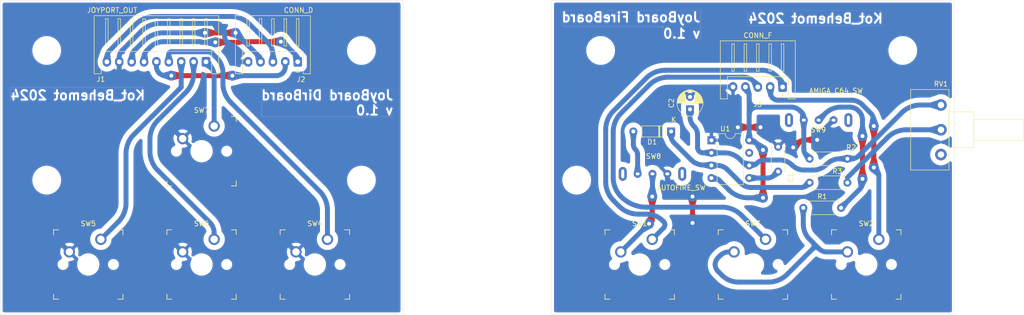
<source format=kicad_pcb>
(kicad_pcb (version 20240108) (generator "pcbnew") (generator_version "8.0")
  (title_block (title "Amiga JoyBoard") (date "2024-07-12") (rev "1.0") (company "Kot_Behemot"))
  (layers (0 "F.Cu" signal) (31 "B.Cu" signal) (34 "B.Paste" user) (35 "F.Paste" user) (36 "B.SilkS" user "B.Silkscreen") (37 "F.SilkS" user "F.Silkscreen") (38 "B.Mask" user) (39 "F.Mask" user) (44 "Edge.Cuts" user))
  (net 0 "")
  (net 1 "Net-(U1-CV)")
  (net 2 "GND_F")
  (net 3 "Net-(U1-THR)")
  (net 4 "Net-(D1-A)")
  (net 5 "/AUTOFIRE")
  (net 6 "/FIRE_D")
  (net 7 "VCC_D")
  (net 8 "/DOWN")
  (net 9 "GND_D")
  (net 10 "/RIGHT")
  (net 11 "/A_D")
  (net 12 "/LEFT")
  (net 13 "/UP")
  (net 14 "Net-(SW9-B)")
  (net 15 "Net-(R1-Pad1)")
  (net 16 "Net-(R3-Pad2)")
  (net 18 "Net-(SW8-B)")
  (net 20 "/B_D")
  (net 21 "VCC_F")
  (net 22 "/B_F")
  (net 23 "/A_F")
  (net 24 "/FIRE_F")
  (footprint "Amiga Joyboard:SW_MX" (layer "F.Cu") (at 66.802 118.618)
    (property "Reference" "SW5" (at 0 -8.255 0) (layer "F.SilkS"))
    (property "Value" "LEFT_BTN")
    (pad "" np_thru_hole circle (at -5.08 0) (size 1.7018 1.7018) (drill 1.7018) (layers "*.Cu" "*.Mask"))
    (pad "" np_thru_hole circle (at 0 0) (size 3.9878 3.9878) (drill 3.9878) (layers "*.Cu" "*.Mask"))
    (pad "" np_thru_hole circle (at 5.08 0) (size 1.7018 1.7018) (drill 1.7018) (layers "*.Cu" "*.Mask"))
    (pad "1" thru_hole circle (at 2.54 -5.08) (size 2.286 2.286) (drill 1.4986) (layers "*.Cu" "*.Mask") (net 12 "/LEFT"))
    (pad "2" thru_hole circle (at -3.81 -2.54) (size 2.286 2.286) (drill 1.4986) (layers "*.Cu" "*.Mask") (net 9 "GND_D"))
  )
  (footprint "Connector_JST:JST_XH_S5B-XH-A_1x05_P2.50mm_Horizontal" (layer "F.Cu") (at 206.89 82.804 180)
    (property "Reference" "J3" (at 5 -3.5 0) (layer "F.SilkS"))
    (property "Value" "CONN_F" (at 5 10.4 0) (layer "F.SilkS"))
    (pad "1" thru_hole roundrect (at 0 0 180) (size 1.7 1.95) (drill 0.95) (layers "*.Cu" "*.Mask") (roundrect_rratio 0.147059) (net 24 "/FIRE_F"))
    (pad "2" thru_hole oval (at 2.5 0 180) (size 1.7 1.95) (drill 0.95) (layers "*.Cu" "*.Mask") (net 22 "/B_F"))
    (pad "3" thru_hole oval (at 5 0 180) (size 1.7 1.95) (drill 0.95) (layers "*.Cu" "*.Mask") (net 23 "/A_F"))
    (pad "4" thru_hole oval (at 7.5 0 180) (size 1.7 1.95) (drill 0.95) (layers "*.Cu" "*.Mask") (net 21 "VCC_F"))
    (pad "5" thru_hole oval (at 10 0 180) (size 1.7 1.95) (drill 0.95) (layers "*.Cu" "*.Mask") (net 2 "GND_F"))
  )
  (footprint "Amiga Joyboard:SW_MX" (layer "F.Cu") (at 178.054 118.618)
    (property "Reference" "SW1" (at 0 -8.255 0) (layer "F.SilkS"))
    (property "Value" "FIRE_BTN")
    (pad "" np_thru_hole circle (at -5.08 0) (size 1.7018 1.7018) (drill 1.7018) (layers "*.Cu" "*.Mask"))
    (pad "" np_thru_hole circle (at 0 0) (size 3.9878 3.9878) (drill 3.9878) (layers "*.Cu" "*.Mask"))
    (pad "" np_thru_hole circle (at 5.08 0) (size 1.7018 1.7018) (drill 1.7018) (layers "*.Cu" "*.Mask"))
    (pad "1" thru_hole circle (at 2.54 -5.08) (size 2.286 2.286) (drill 1.4986) (layers "*.Cu" "*.Mask") (net 24 "/FIRE_F"))
    (pad "2" thru_hole circle (at -3.81 -2.54) (size 2.286 2.286) (drill 1.4986) (layers "*.Cu" "*.Mask") (net 18 "Net-(SW8-B)"))
  )
  (footprint "MountingHole:MountingHole_5.3mm_M5_DIN965" (layer "F.Cu") (at 58.42 75.438)
    (property "Reference" "REF**" (hide yes))
    (property "Value" "MountingHole_M3" (hide yes))
    (pad "" np_thru_hole circle (at 0 0) (size 5.3 5.3) (drill 5.3) (layers "*.Cu" "*.Mask"))
  )
  (footprint "MountingHole:MountingHole_5.3mm_M5_DIN965" (layer "F.Cu") (at 121.92 101.6)
    (property "Reference" "REF**" (hide yes))
    (property "Value" "MountingHole_M3" (hide yes))
    (pad "" np_thru_hole circle (at 0 0) (size 5.3 5.3) (drill 5.3) (layers "*.Cu" "*.Mask"))
  )
  (footprint "Amiga Joyboard:SW_MX" (layer "F.Cu") (at 89.662 95.758)
    (property "Reference" "SW7" (at 0 -8.255 0) (layer "F.SilkS"))
    (property "Value" "UP_BTN")
    (pad "" np_thru_hole circle (at -5.08 0) (size 1.7018 1.7018) (drill 1.7018) (layers "*.Cu" "*.Mask"))
    (pad "" np_thru_hole circle (at 0 0) (size 3.9878 3.9878) (drill 3.9878) (layers "*.Cu" "*.Mask"))
    (pad "" np_thru_hole circle (at 5.08 0) (size 1.7018 1.7018) (drill 1.7018) (layers "*.Cu" "*.Mask"))
    (pad "1" thru_hole circle (at 2.54 -5.08) (size 2.286 2.286) (drill 1.4986) (layers "*.Cu" "*.Mask") (net 13 "/UP"))
    (pad "2" thru_hole circle (at -3.81 -2.54) (size 2.286 2.286) (drill 1.4986) (layers "*.Cu" "*.Mask") (net 9 "GND_D"))
  )
  (footprint "Connector_JST:JST_XH_S9B-XH-A_1x09_P2.50mm_Horizontal" (layer "F.Cu") (at 90.558 77.724 180)
    (property "Reference" "J1" (at 21.216 -3.5 0) (layer "F.SilkS"))
    (property "Value" "JOYPORT_OUT" (at 18.93 10.414 0) (layer "F.SilkS"))
    (pad "1" thru_hole roundrect (at 0 0 180) (size 1.7 1.95) (drill 0.95) (layers "*.Cu" "*.Mask") (roundrect_rratio 0.147059) (net 13 "/UP"))
    (pad "2" thru_hole oval (at 2.5 0 180) (size 1.7 1.95) (drill 0.95) (layers "*.Cu" "*.Mask") (net 8 "/DOWN"))
    (pad "3" thru_hole oval (at 5 0 180) (size 1.7 1.95) (drill 0.95) (layers "*.Cu" "*.Mask") (net 12 "/LEFT"))
    (pad "4" thru_hole oval (at 7.5 0 180) (size 1.7 1.95) (drill 0.95) (layers "*.Cu" "*.Mask") (net 10 "/RIGHT"))
    (pad "5" thru_hole oval (at 10 0 180) (size 1.7 1.95) (drill 0.95) (layers "*.Cu" "*.Mask") (net 20 "/B_D"))
    (pad "6" thru_hole oval (at 12.5 0 180) (size 1.7 1.95) (drill 0.95) (layers "*.Cu" "*.Mask") (net 6 "/FIRE_D"))
    (pad "7" thru_hole oval (at 15 0 180) (size 1.7 1.95) (drill 0.95) (layers "*.Cu" "*.Mask") (net 7 "VCC_D"))
    (pad "8" thru_hole oval (at 17.5 0 180) (size 1.7 1.95) (drill 0.95) (layers "*.Cu" "*.Mask") (net 9 "GND_D"))
    (pad "9" thru_hole oval (at 20 0 180) (size 1.7 1.95) (drill 0.95) (layers "*.Cu" "*.Mask") (net 11 "/A_D"))
  )
  (footprint "Resistor_THT:R_Axial_DIN0207_L6.3mm_D2.5mm_P7.62mm_Horizontal" (layer "F.Cu") (at 211.074 107.188)
    (property "Reference" "R1" (at 3.81 -2.286 0) (layer "F.SilkS"))
    (property "Value" "100")
    (pad "1" thru_hole circle (at 0 0) (size 1.6 1.6) (drill 0.8) (layers "*.Cu" "*.Mask") (net 15 "Net-(R1-Pad1)"))
    (pad "2" thru_hole oval (at 7.62 0) (size 1.6 1.6) (drill 0.8) (layers "*.Cu" "*.Mask") (net 14 "Net-(SW9-B)"))
  )
  (footprint "Amiga Joyboard:SW_MX" (layer "F.Cu") (at 223.774 118.618)
    (property "Reference" "SW2" (at 0 -8.255 0) (layer "F.SilkS"))
    (property "Value" "B_BTN")
    (pad "" np_thru_hole circle (at -5.08 0) (size 1.7018 1.7018) (drill 1.7018) (layers "*.Cu" "*.Mask"))
    (pad "" np_thru_hole circle (at 0 0) (size 3.9878 3.9878) (drill 3.9878) (layers "*.Cu" "*.Mask"))
    (pad "" np_thru_hole circle (at 5.08 0) (size 1.7018 1.7018) (drill 1.7018) (layers "*.Cu" "*.Mask"))
    (pad "1" thru_hole circle (at 2.54 -5.08) (size 2.286 2.286) (drill 1.4986) (layers "*.Cu" "*.Mask") (net 22 "/B_F"))
    (pad "2" thru_hole circle (at -3.81 -2.54) (size 2.286 2.286) (drill 1.4986) (layers "*.Cu" "*.Mask") (net 15 "Net-(R1-Pad1)"))
  )
  (footprint "MountingHole:MountingHole_5.3mm_M5_DIN965" (layer "F.Cu") (at 121.92 75.438)
    (property "Reference" "REF**" (hide yes))
    (property "Value" "MountingHole_M3" (hide yes))
    (pad "" np_thru_hole circle (at 0 0) (size 5.3 5.3) (drill 5.3) (layers "*.Cu" "*.Mask"))
  )
  (footprint "Amiga Joyboard:SS12T44_SLIDER_SWITCH_SPDT" (layer "F.Cu") (at 180.642 100.33)
    (property "Reference" "SW8" (at 0.206 -3.556 0) (layer "F.SilkS"))
    (property "Value" "AUTOFIRE_SW" (at 5.794 2.794 0) (layer "F.SilkS"))
    (pad "" thru_hole oval (at -6 0) (size 1.6 2.8) (drill oval 0.6 1.8) (layers "*.Cu" "*.Mask"))
    (pad "" thru_hole oval (at 6 0) (size 1.6 2.8) (drill oval 0.6 1.8) (layers "*.Cu" "*.Mask"))
    (pad "1" thru_hole circle (at 0 0) (size 1.6 1.6) (drill oval 0.8 0.6) (layers "*.Cu" "*.Mask") (net 18 "Net-(SW8-B)"))
    (pad "2" thru_hole circle (at 3 0) (size 1.6 1.6) (drill oval 0.8 0.6) (layers "*.Cu" "*.Mask") (net 2 "GND_F"))
    (pad "3" thru_hole circle (at -3 0) (size 1.6 1.6) (drill oval 0.8 0.6) (layers "*.Cu" "*.Mask") (net 4 "Net-(D1-A)"))
  )
  (footprint "Potentiometer_THT:Potentiometer_Piher_T-16H_Single_Horizontal" (layer "F.Cu") (at 238.844 96.44)
    (property "Reference" "RV1" (at 0 -14.25 0) (layer "F.SilkS"))
    (property "Value" "100k_FREQ_POT")
    (pad "1" thru_hole circle (at 0 0) (size 2.34 2.34) (drill 1.3) (layers "*.Cu" "*.Mask"))
    (pad "2" thru_hole circle (at 0 -5) (size 2.34 2.34) (drill 1.3) (layers "*.Cu" "*.Mask") (net 16 "Net-(R3-Pad2)"))
    (pad "3" thru_hole circle (at 0 -10) (size 2.34 2.34) (drill 1.3) (layers "*.Cu" "*.Mask") (net 3 "Net-(U1-THR)"))
  )
  (footprint "Amiga Joyboard:SW_MX" (layer "F.Cu") (at 200.914 118.618)
    (property "Reference" "SW3" (at 0 -8.255 0) (layer "F.SilkS"))
    (property "Value" "A_BTN")
    (pad "" np_thru_hole circle (at -5.08 0) (size 1.7018 1.7018) (drill 1.7018) (layers "*.Cu" "*.Mask"))
    (pad "" np_thru_hole circle (at 0 0) (size 3.9878 3.9878) (drill 3.9878) (layers "*.Cu" "*.Mask"))
    (pad "" np_thru_hole circle (at 5.08 0) (size 1.7018 1.7018) (drill 1.7018) (layers "*.Cu" "*.Mask"))
    (pad "1" thru_hole circle (at 2.54 -5.08) (size 2.286 2.286) (drill 1.4986) (layers "*.Cu" "*.Mask") (net 23 "/A_F"))
    (pad "2" thru_hole circle (at -3.81 -2.54) (size 2.286 2.286) (drill 1.4986) (layers "*.Cu" "*.Mask") (net 15 "Net-(R1-Pad1)"))
  )
  (footprint "MountingHole:MountingHole_5.3mm_M5_DIN965" (layer "F.Cu") (at 231.14 75.438)
    (property "Reference" "REF**" (hide yes))
    (property "Value" "MountingHole_M3" (hide yes))
    (pad "" np_thru_hole circle (at 0 0) (size 5.3 5.3) (drill 5.3) (layers "*.Cu" "*.Mask"))
  )
  (footprint "Connector_JST:JST_XH_S5B-XH-A_1x05_P2.50mm_Horizontal" (layer "F.Cu") (at 109.06 77.724 180)
    (property "Reference" "J2" (at -0.668 -3.556 0) (layer "F.SilkS"))
    (property "Value" "CONN_D" (at -0.16 10.414 0) (layer "F.SilkS"))
    (pad "1" thru_hole roundrect (at 0 0 180) (size 1.7 1.95) (drill 0.95) (layers "*.Cu" "*.Mask") (roundrect_rratio 0.147059) (net 6 "/FIRE_D"))
    (pad "2" thru_hole oval (at 2.5 0 180) (size 1.7 1.95) (drill 0.95) (layers "*.Cu" "*.Mask") (net 20 "/B_D"))
    (pad "3" thru_hole oval (at 5 0 180) (size 1.7 1.95) (drill 0.95) (layers "*.Cu" "*.Mask") (net 11 "/A_D"))
    (pad "4" thru_hole oval (at 7.5 0 180) (size 1.7 1.95) (drill 0.95) (layers "*.Cu" "*.Mask") (net 7 "VCC_D"))
    (pad "5" thru_hole oval (at 10 0 180) (size 1.7 1.95) (drill 0.95) (layers "*.Cu" "*.Mask") (net 9 "GND_D"))
  )
  (footprint "Capacitor_THT:CP_Radial_D5.0mm_P2.50mm" (layer "F.Cu") (at 188.214 87.311113 90)
    (property "Reference" "C2" (at 1.25 -3.75 90) (layer "F.SilkS"))
    (property "Value" "1uF")
    (pad "1" thru_hole rect (at 0 0 90) (size 1.6 1.6) (drill 0.8) (layers "*.Cu" "*.Mask") (net 3 "Net-(U1-THR)"))
    (pad "2" thru_hole circle (at 2.5 0 90) (size 1.6 1.6) (drill 0.8) (layers "*.Cu" "*.Mask") (net 2 "GND_F"))
  )
  (footprint "Amiga Joyboard:SS12T44_SLIDER_SWITCH_SPDT" (layer "F.Cu") (at 214.17 89.488)
    (property "Reference" "SW9" (at -0.048 1.952 0) (layer "F.SilkS"))
    (property "Value" "AMIGA_C64_SW" (at 3.508 -5.922 0) (layer "F.SilkS"))
    (pad "" thru_hole oval (at -6 0) (size 1.6 2.8) (drill oval 0.6 1.8) (layers "*.Cu" "*.Mask"))
    (pad "" thru_hole oval (at 6 0) (size 1.6 2.8) (drill oval 0.6 1.8) (layers "*.Cu" "*.Mask"))
    (pad "1" thru_hole circle (at 0 0) (size 1.6 1.6) (drill oval 0.8 0.6) (layers "*.Cu" "*.Mask") (net 14 "Net-(SW9-B)"))
    (pad "2" thru_hole circle (at 3 0) (size 1.6 1.6) (drill oval 0.8 0.6) (layers "*.Cu" "*.Mask") (net 2 "GND_F"))
    (pad "3" thru_hole circle (at -3 0) (size 1.6 1.6) (drill oval 0.8 0.6) (layers "*.Cu" "*.Mask") (net 21 "VCC_F"))
  )
  (footprint "Amiga Joyboard:SW_MX" (layer "F.Cu") (at 89.662 118.618)
    (property "Reference" "SW6" (at 0 -8.255 0) (layer "F.SilkS"))
    (property "Value" "DOWN_BTN")
    (pad "" np_thru_hole circle (at -5.08 0) (size 1.7018 1.7018) (drill 1.7018) (layers "*.Cu" "*.Mask"))
    (pad "" np_thru_hole circle (at 0 0) (size 3.9878 3.9878) (drill 3.9878) (layers "*.Cu" "*.Mask"))
    (pad "" np_thru_hole circle (at 5.08 0) (size 1.7018 1.7018) (drill 1.7018) (layers "*.Cu" "*.Mask"))
    (pad "1" thru_hole circle (at 2.54 -5.08) (size 2.286 2.286) (drill 1.4986) (layers "*.Cu" "*.Mask") (net 8 "/DOWN"))
    (pad "2" thru_hole circle (at -3.81 -2.54) (size 2.286 2.286) (drill 1.4986) (layers "*.Cu" "*.Mask") (net 9 "GND_D"))
  )
  (footprint "Resistor_THT:R_Axial_DIN0207_L6.3mm_D2.5mm_P7.62mm_Horizontal" (layer "F.Cu") (at 219.964 97.282 180)
    (property "Reference" "R2" (at -0.762 2.286 0) (layer "F.SilkS"))
    (property "Value" "360k")
    (pad "1" thru_hole circle (at 0 0 180) (size 1.6 1.6) (drill 0.8) (layers "*.Cu" "*.Mask") (net 3 "Net-(U1-THR)"))
    (pad "2" thru_hole oval (at 7.62 0 180) (size 1.6 1.6) (drill 0.8) (layers "*.Cu" "*.Mask") (net 21 "VCC_F"))
  )
  (footprint "MountingHole:MountingHole_5.3mm_M5_DIN965" (layer "F.Cu") (at 58.42 101.6)
    (property "Reference" "REF**" (hide yes))
    (property "Value" "MountingHole_M3" (hide yes))
    (pad "" np_thru_hole circle (at 0 0) (size 5.3 5.3) (drill 5.3) (layers "*.Cu" "*.Mask"))
  )
  (footprint "Diode_THT:D_DO-35_SOD27_P7.62mm_Horizontal" (layer "F.Cu") (at 184.404 91.774 180)
    (property "Reference" "D1" (at 3.81 -2.12 0) (layer "F.SilkS"))
    (property "Value" "1N4148")
    (fp_text user "K" (at -0.508 2.366 0) (layer "F.SilkS"))
    (pad "1" thru_hole rect (at 0 0 180) (size 1.6 1.6) (drill 0.8) (layers "*.Cu" "*.Mask") (net 5 "/AUTOFIRE"))
    (pad "2" thru_hole oval (at 7.62 0 180) (size 1.6 1.6) (drill 0.8) (layers "*.Cu" "*.Mask") (net 4 "Net-(D1-A)"))
  )
  (footprint "MountingHole:MountingHole_5.3mm_M5_DIN965" (layer "F.Cu") (at 170.18 75.438)
    (property "Reference" "REF**" (hide yes))
    (property "Value" "MountingHole_M3" (hide yes))
    (pad "" np_thru_hole circle (at 0 0) (size 5.3 5.3) (drill 5.3) (layers "*.Cu" "*.Mask"))
  )
  (footprint "Capacitor_THT:C_Disc_D4.7mm_W2.5mm_P5.00mm" (layer "F.Cu") (at 205.994 99.862 90)
    (property "Reference" "C1" (at -1.23 2.54 90) (layer "F.SilkS"))
    (property "Value" "100nF")
    (pad "1" thru_hole circle (at 0 0 90) (size 1.6 1.6) (drill 0.8) (layers "*.Cu" "*.Mask") (net 1 "Net-(U1-CV)"))
    (pad "2" thru_hole circle (at 5 0 90) (size 1.6 1.6) (drill 0.8) (layers "*.Cu" "*.Mask") (net 2 "GND_F"))
  )
  (footprint "Package_DIP:DIP-8_W7.62mm" (layer "F.Cu") (at 192.532 93.552)
    (property "Reference" "U1" (at 2.794 -2.33 0) (layer "F.SilkS"))
    (property "Value" "NE555P")
    (pad "1" thru_hole rect (at 0 0) (size 1.6 1.6) (drill 0.8) (layers "*.Cu" "*.Mask") (net 2 "GND_F"))
    (pad "2" thru_hole oval (at 0 2.54) (size 1.6 1.6) (drill 0.8) (layers "*.Cu" "*.Mask") (net 3 "Net-(U1-THR)"))
    (pad "3" thru_hole oval (at 0 5.08) (size 1.6 1.6) (drill 0.8) (layers "*.Cu" "*.Mask") (net 5 "/AUTOFIRE"))
    (pad "4" thru_hole oval (at 0 7.62) (size 1.6 1.6) (drill 0.8) (layers "*.Cu" "*.Mask") (net 21 "VCC_F"))
    (pad "5" thru_hole oval (at 7.62 7.62) (size 1.6 1.6) (drill 0.8) (layers "*.Cu" "*.Mask") (net 1 "Net-(U1-CV)"))
    (pad "6" thru_hole oval (at 7.62 5.08) (size 1.6 1.6) (drill 0.8) (layers "*.Cu" "*.Mask") (net 3 "Net-(U1-THR)"))
    (pad "7" thru_hole oval (at 7.62 2.54) (size 1.6 1.6) (drill 0.8) (layers "*.Cu" "*.Mask"))
    (pad "8" thru_hole oval (at 7.62 0) (size 1.6 1.6) (drill 0.8) (layers "*.Cu" "*.Mask") (net 21 "VCC_F"))
  )
  (footprint "Resistor_THT:R_Axial_DIN0207_L6.3mm_D2.5mm_P7.62mm_Horizontal" (layer "F.Cu") (at 212.344 102.108)
    (property "Reference" "R3" (at 5.588 -2.286 0) (layer "F.SilkS"))
    (property "Value" "4.7K")
    (pad "1" thru_hole circle (at 0 0) (size 1.6 1.6) (drill 0.8) (layers "*.Cu" "*.Mask") (net 5 "/AUTOFIRE"))
    (pad "2" thru_hole oval (at 7.62 0) (size 1.6 1.6) (drill 0.8) (layers "*.Cu" "*.Mask") (net 16 "Net-(R3-Pad2)"))
  )
  (footprint "MountingHole:MountingHole_5.3mm_M5_DIN965" (layer "F.Cu") (at 165.354 101.6)
    (property "Reference" "REF**" (hide yes))
    (property "Value" "MountingHole_M3" (hide yes))
    (pad "" np_thru_hole circle (at 0 0) (size 5.3 5.3) (drill 5.3) (layers "*.Cu" "*.Mask"))
  )
  (footprint "Amiga Joyboard:SW_MX" (layer "F.Cu") (at 112.522 118.618)
    (property "Reference" "SW4" (at 0 -8.255 0) (layer "F.SilkS"))
    (property "Value" "RIGHT_BTN")
    (pad "" np_thru_hole circle (at -5.08 0) (size 1.7018 1.7018) (drill 1.7018) (layers "*.Cu" "*.Mask"))
    (pad "" np_thru_hole circle (at 0 0) (size 3.9878 3.9878) (drill 3.9878) (layers "*.Cu" "*.Mask"))
    (pad "" np_thru_hole circle (at 5.08 0) (size 1.7018 1.7018) (drill 1.7018) (layers "*.Cu" "*.Mask"))
    (pad "1" thru_hole circle (at 2.54 -5.08) (size 2.286 2.286) (drill 1.4986) (layers "*.Cu" "*.Mask") (net 10 "/RIGHT"))
    (pad "2" thru_hole circle (at -3.81 -2.54) (size 2.286 2.286) (drill 1.4986) (layers "*.Cu" "*.Mask") (net 9 "GND_D"))
  )
  (gr_rect (start 160.274 65.278) (end 241.554 128.778) (stroke (width 0.05)) (fill none) (layer "Edge.Cuts"))
  (gr_rect (start 49.022 65.278) (end 130.302 128.778) (stroke (width 0.05)) (fill none) (layer "Edge.Cuts"))
  (gr_text "Kot_Behemot 2024" (at 78.486 85.598 0) (layer "B.Cu" knockout) (effects (font (size 1.9 1.9) (thickness 0.4) (bold yes)) (justify left bottom mirror)))
  (gr_text "JoyBoard FireBoard" (at 190.5 69.85 0) (layer "B.Cu" knockout) (effects (font (size 1.9 1.9) (thickness 0.4) (bold yes)) (justify left bottom mirror)))
  (gr_text "Kot_Behemot 2024" (at 227.33 70.104 0) (layer "B.Cu" knockout) (effects (font (size 1.9 1.9) (thickness 0.4) (bold yes)) (justify left bottom mirror)))
  (gr_text "JoyBoard DirBoard\nv 1.0" (at 128.524 88.646 0) (layer "B.Cu" knockout) (effects (font (size 1.9 1.9) (thickness 0.4) (bold yes)) (justify left bottom mirror)))
  (gr_text "v 1.0" (at 190.5 73.152 0) (layer "B.Cu" knockout) (effects (font (size 1.9 1.9) (thickness 0.4) (bold yes)) (justify left bottom mirror)))
  (segment (start 203.75769 101.172) (end 200.152 101.172) (width 1) (layer "B.Cu") (net 1))
  (segment (start 205.339 100.517) (end 205.994 99.862) (width 1) (layer "B.Cu") (net 1))
  (arc (start 205.339 100.517) (mid 204.613488 101.001771) (end 203.75769 101.172) (width 1) (layer "B.Cu") (net 1))
  (segment (start 213.868 93.472) (end 211.64363 93.472) (width 1) (layer "F.Cu") (net 2))
  (segment (start 188.722 110.236) (end 188.722 104.902) (width 1) (layer "F.Cu") (net 2))
  (segment (start 202.438 90.932) (end 197.866 90.932) (width 1) (layer "F.Cu") (net 2))
  (segment (start 209.042 94.996) (end 209.804 94.234) (width 1) (layer "F.Cu") (net 2))
  (via (at 188.722 110.236) (size 2) (drill 0.8) (layers "F.Cu" "B.Cu") (net 2))
  (via (at 197.866 90.932) (size 2) (drill 0.8) (layers "F.Cu" "B.Cu") (net 2))
  (via (at 202.438 90.932) (size 2) (drill 0.8) (layers "F.Cu" "B.Cu") (net 2))
  (via (at 209.042 94.996) (size 2) (drill 0.8) (layers "F.Cu" "B.Cu") (net 2))
  (via (at 188.722 104.902) (size 2) (drill 0.8) (layers "F.Cu" "B.Cu") (net 2))
  (via (at 213.868 93.472) (size 2) (drill 0.8) (layers "F.Cu" "B.Cu") (net 2))
  (arc (start 211.64363 93.472) (mid 210.648029 93.670037) (end 209.804 94.234) (width 1) (layer "F.Cu") (net 2))
  (segment (start 183.642 100.33) (end 183.642 101.46137) (width 1) (layer "B.Cu") (net 2))
  (segment (start 187.08263 104.902) (end 188.722 104.902) (width 1) (layer "B.Cu") (net 2))
  (segment (start 215.138 91.734) (end 215.138 91.948) (width 1) (layer "B.Cu") (net 2))
  (segment (start 183.642 101.46137) (end 187.08263 104.902) (width 1) (layer "B.Cu") (net 2))
  (segment (start 190.221113 82.804) (end 196.89 82.804) (width 1) (layer "B.Cu") (net 2))
  (segment (start 205.994 94.488) (end 205.994 94.862) (width 1) (layer "B.Cu") (net 2))
  (segment (start 209.042 94.996) (end 208.908 94.862) (width 1) (layer "B.Cu") (net 2))
  (segment (start 215.28932 91.368679) (end 217.17 89.488) (width 1) (layer "B.Cu") (net 2))
  (arc (start 215.28932 91.368679) (mid 215.177326 91.536289) (end 215.138 91.734) (width 1) (layer "B.Cu") (net 2))
  (segment (start 198.235899 97.362) (end 199.277467 98.403568) (width 1) (layer "B.Cu") (net 3))
  (segment (start 200.47505 98.632) (end 199.828949 98.632) (width 1) (layer "B.Cu") (net 3))
  (segment (start 190.830548 96.092) (end 192.532 96.092) (width 1) (layer "B.Cu") (net 3))
  (segment (start 201.683369 98.232) (end 201.83137 98.084) (width 1) (layer "B.Cu") (net 3))
  (segment (start 222.243383 96.686616) (end 230.896207 88.033792) (width 1) (layer "B.Cu") (net 3))
  (segment (start 211.24084 99.568) (end 213.013553 99.568) (width 1) (layer "B.Cu") (net 3))
  (segment (start 200.717685 98.632) (end 200.47505 98.632) (width 1) (layer "B.Cu") (net 3))
  (segment (start 188.214 88.838369) (end 188.214 87.311113) (width 1) (layer "B.Cu") (net 3))
  (segment (start 206.335159 97.536) (end 203.154359 97.536) (width 1) (layer "B.Cu") (net 3))
  (segment (start 189.738 94.999451) (end 189.738 92.51763) (width 1) (layer "B.Cu") (net 3))
  (segment (start 220.806 97.282) (end 219.964 97.282) (width 1) (layer "B.Cu") (net 3))
  (segment (start 195.169847 96.092) (end 192.532 96.092) (width 1) (layer "B.Cu") (net 3))
  (segment (start 219.964 97.282) (end 218.44 97.282) (width 1) (layer "B.Cu") (net 3))
  (segment (start 234.743963 86.44) (end 238.844 86.44) (width 1) (layer "B.Cu") (net 3))
  (segment (start 215.838369 98.35963) (end 215.773 98.425) (width 1) (layer "B.Cu") (net 3))
  (arc (start 188.214 88.838369) (mid 188.412037 89.83397) (end 188.976 90.678) (width 1) (layer "B.Cu") (net 3))
  (arc (start 203.154359 97.536) (mid 202.438362 97.67842) (end 201.83137 98.084) (width 1) (layer "B.Cu") (net 3))
  (arc (start 199.277467 98.403568) (mid 199.530489 98.572632) (end 199.828949 98.632) (width 1) (layer "B.Cu") (net 3))
  (arc (start 208.788 98.552) (mid 209.913372 99.30395) (end 211.24084 99.568) (width 1) (layer "B.Cu") (net 3))
  (arc (start 208.788 98.552) (mid 207.662626 97.800049) (end 206.335159 97.536) (width 1) (layer "B.Cu") (net 3))
  (arc (start 222.243383 96.686616) (mid 221.583906 97.127264) (end 220.806 97.282) (width 1) (layer "B.Cu") (net 3))
  (arc (start 188.976 90.678) (mid 189.539962 91.522029) (end 189.738 92.51763) (width 1) (layer "B.Cu") (net 3))
  (arc (start 234.743963 86.44) (mid 232.661572 86.854213) (end 230.896207 88.033792) (width 1) (layer "B.Cu") (net 3))
  (arc (start 190.058 95.772) (mid 190.412448 96.008834) (end 190.830548 96.092) (width 1) (layer "B.Cu") (net 3))
  (arc (start 189.738 94.999451) (mid 189.821165 95.417551) (end 190.058 95.772) (width 1) (layer "B.Cu") (net 3))
  (arc (start 198.235899 97.362) (mid 196.829182 96.422062) (end 195.169847 96.092) (width 1) (layer "B.Cu") (net 3))
  (arc (start 218.44 97.282) (mid 217.032007 97.562066) (end 215.838369 98.35963) (width 1) (layer "B.Cu") (net 3))
  (arc (start 215.773 98.425) (mid 214.506955 99.270943) (end 213.013553 99.568) (width 1) (layer "B.Cu") (net 3))
  (arc (start 201.683369 98.232) (mid 201.240309 98.528043) (end 200.717685 98.632) (width 1) (layer "B.Cu") (net 3))
  (segment (start 177.642 96.460697) (end 177.642 100.33) (width 1) (layer "B.Cu") (net 4))
  (segment (start 176.784 94.389302) (end 176.784 91.774) (width 1) (layer "B.Cu") (net 4))
  (arc (start 177.213 95.425) (mid 177.530506 95.900181) (end 177.642 96.460697) (width 1) (layer "B.Cu") (net 4))
  (arc (start 176.784 94.389302) (mid 176.895493 94.949817) (end 177.213 95.425) (width 1) (layer "B.Cu") (net 4))
  (segment (start 192.588568 98.632) (end 193.728497 98.632) (width 1) (layer "B.Cu") (net 5))
  (segment (start 198.552342 102.259348) (end 195.771045 99.478051) (width 1) (layer "B.Cu") (net 5))
  (segment (start 192.395431 98.552) (end 190.968 98.552) (width 1) (layer "B.Cu") (net 5))
  (segment (start 188.434653 97.502653) (end 185.004333 94.072333) (width 1) (layer "B.Cu") (net 5))
  (segment (start 184.404 92.623) (end 184.404 91.774) (width 1) (layer "B.Cu") (net 5))
  (segment (start 200.514258 103.072) (end 210.698349 103.072) (width 1) (layer "B.Cu") (net 5))
  (segment (start 211.862 102.59) (end 212.344 102.108) (width 1) (layer "B.Cu") (net 5))
  (arc (start 198.552342 102.259348) (mid 199.452477 102.860799) (end 200.514258 103.072) (width 1) (layer "B.Cu") (net 5))
  (arc (start 192.492 98.592) (mid 192.536305 98.621604) (end 192.588568 98.632) (width 1) (layer "B.Cu") (net 5))
  (arc (start 211.862 102.59) (mid 211.328112 102.946732) (end 210.698349 103.072) (width 1) (layer "B.Cu") (net 5))
  (arc (start 195.771045 99.478051) (mid 194.833916 98.851881) (end 193.728497 98.632) (width 1) (layer "B.Cu") (net 5))
  (arc (start 188.434653 97.502653) (mid 189.596962 98.279283) (end 190.968 98.552) (width 1) (layer "B.Cu") (net 5))
  (arc (start 184.404 92.623) (mid 184.560021 93.407373) (end 185.004333 94.072333) (width 1) (layer "B.Cu") (net 5))
  (arc (start 192.492 98.592) (mid 192.447693 98.562395) (end 192.395431 98.552) (width 1) (layer "B.Cu") (net 5))
  (segment (start 97.199395 73.794503) (end 92.443497 73.794503) (width 1) (layer "F.Cu") (net 6))
  (segment (start 97.524113 73.66) (end 105.664 73.66) (width 1) (layer "F.Cu") (net 6))
  (via (at 105.664 73.66) (size 2) (drill 0.8) (layers "F.Cu" "B.Cu") (net 6))
  (via (at 92.443497 73.794503) (size 2) (drill 0.8) (layers "F.Cu" "B.Cu") (net 6))
  (arc (start 97.361754 73.727251) (mid 97.287263 73.777024) (end 97.199395 73.794503) (width 1) (layer "F.Cu") (net 6))
  (arc (start 97.524113 73.66) (mid 97.436245 73.677477) (end 97.361754 73.727251) (width 1) (layer "F.Cu") (net 6))
  (segment (start 89.673101 73.794503) (end 92.443497 73.794503) (width 1) (layer "B.Cu") (net 6))
  (segment (start 78.058 76.8615) (end 78.058 77.724) (width 1) (layer "B.Cu") (net 6))
  (segment (start 105.8175 73.66) (end 105.664 73.66) (width 1) (layer "B.Cu") (net 6))
  (segment (start 82.050922 73.66) (end 89.348383 73.66) (width 1) (layer "B.Cu") (net 6))
  (segment (start 78.667879 75.38912) (end 79.2275 74.8295) (width 1) (layer "B.Cu") (net 6))
  (segment (start 106.07954 73.76854) (end 108.715285 76.404285) (width 1) (layer "B.Cu") (net 6))
  (segment (start 109.06 77.2365) (end 109.06 77.724) (width 1) (layer "B.Cu") (net 6))
  (arc (start 78.667879 75.38912) (mid 78.216502 76.064653) (end 78.058 76.8615) (width 1) (layer "B.Cu") (net 6))
  (arc (start 89.510742 73.727251) (mid 89.436251 73.677477) (end 89.348383 73.66) (width 1) (layer "B.Cu") (net 6))
  (arc (start 106.07954 73.76854) (mid 105.959315 73.688208) (end 105.8175 73.66) (width 1) (layer "B.Cu") (net 6))
  (arc (start 82.050922 73.66) (mid 80.522897 73.963943) (end 79.2275 74.8295) (width 1) (layer "B.Cu") (net 6))
  (arc (start 108.715285 76.404285) (mid 108.970411 76.786108) (end 109.06 77.2365) (width 1) (layer "B.Cu") (net 6))
  (arc (start 89.510742 73.727251) (mid 89.585233 73.777024) (end 89.673101 73.794503) (width 1) (layer "B.Cu") (net 6))
  (segment (start 90.351497 71.881) (end 90.350497 71.88) (width 1) (layer "F.Cu") (net 7))
  (segment (start 90.353911 71.882) (end 96.52 71.882) (width 1) (layer "F.Cu") (net 7))
  (via (at 90.350497 71.88) (size 2) (drill 0.8) (layers "F.Cu" "B.Cu") (net 7))
  (via (at 96.52 71.882) (size 2) (drill 0.8) (layers "F.Cu" "B.Cu") (net 7))
  (arc (start 90.351497 71.881) (mid 90.352604 71.88174) (end 90.353911 71.882) (width 1) (layer "F.Cu") (net 7))
  (segment (start 101.56 77.323) (end 101.56 77.724) (width 1) (layer "B.Cu") (net 7))
  (segment (start 101.27645 76.63845) (end 96.52 71.882) (width 1) (layer "B.Cu") (net 7))
  (segment (start 81.928963 71.882) (end 90.347082 71.882) (width 1) (layer "B.Cu") (net 7))
  (segment (start 78.081206 73.475792) (end 76.167879 75.38912) (width 1) (layer "B.Cu") (net 7))
  (segment (start 75.558 76.8615) (end 75.558 77.724) (width 1) (layer "B.Cu") (net 7))
  (segment (start 90.349497 71.881) (end 90.350497 71.88) (width 1) (layer "B.Cu") (net 7))
  (arc (start 101.27645 76.63845) (mid 101.486307 76.952524) (end 101.56 77.323) (width 1) (layer "B.Cu") (net 7))
  (arc (start 81.928963 71.882) (mid 79.846572 72.296213) (end 78.081206 73.475792) (width 1) (layer "B.Cu") (net 7))
  (arc (start 90.349497 71.881) (mid 90.348389 71.88174) (end 90.347082 71.882) (width 1) (layer "B.Cu") (net 7))
  (arc (start 76.167879 75.38912) (mid 75.716502 76.064653) (end 75.558 76.8615) (width 1) (layer "B.Cu") (net 7))
  (segment (start 92.202 112.268) (end 92.202 113.538) (width 1) (layer "B.Cu") (net 8))
  (segment (start 88.058 80.069934) (end 88.058 77.724) (width 1) (layer "B.Cu") (net 8))
  (segment (start 79.248 95.790036) (end 79.248 93.387861) (width 1) (layer "B.Cu") (net 8))
  (segment (start 86.464207 83.91769) (end 80.841792 89.540105) (width 1) (layer "B.Cu") (net 8))
  (segment (start 91.303974 110.099974) (end 80.841792 99.637792) (width 1) (layer "B.Cu") (net 8))
  (arc (start 88.058 80.069934) (mid 87.643786 82.152324) (end 86.464207 83.91769) (width 1) (layer "B.Cu") (net 8))
  (arc (start 79.248 95.790036) (mid 79.662213 97.872426) (end 80.841792 99.637792) (width 1) (layer "B.Cu") (net 8))
  (arc (start 91.303974 110.099974) (mid 91.96861 111.094672) (end 92.202 112.268) (width 1) (layer "B.Cu") (net 8))
  (arc (start 80.841792 89.540105) (mid 79.662213 91.30547) (end 79.248 93.387861) (width 1) (layer "B.Cu") (net 8))
  (segment (start 94.343497 72.800107) (end 94.343497 71.845738) (width 1) (layer "B.Cu") (net 9))
  (segment (start 108.712 116.078) (end 106.934 114.3) (width 1) (layer "B.Cu") (net 9))
  (segment (start 85.852 93.218) (end 83.82 91.186) (width 1) (layer "B.Cu") (net 9))
  (segment (start 85.852 116.078) (end 83.82 114.046) (width 1) (layer "B.Cu") (net 9))
  (segment (start 92.826713 69.98) (end 81.330963 69.98) (width 1) (layer "B.Cu") (net 9))
  (segment (start 94.669748 73.587748) (end 95.322251 74.240251) (width 1) (layer "B.Cu") (net 9))
  (segment (start 95.758 74.803) (end 95.758 74.93) (width 1) (layer "B.Cu") (net 9))
  (segment (start 73.058 78.5865) (end 73.058 80.17) (width 1) (layer "B.Cu") (net 9))
  (segment (start 99.06 77.724) (end 96.774 77.724) (width 1) (layer "B.Cu") (net 9))
  (segment (start 73.058 76.8615) (end 73.058 78.5865) (width 1) (layer "B.Cu") (net 9))
  (segment (start 62.992 116.078) (end 60.96 114.046) (width 1) (layer "B.Cu") (net 9))
  (segment (start 93.283 70.169) (end 93.661 70.547) (width 1) (layer "B.Cu") (net 9))
  (segment (start 93.661 70.547) (end 93.907748 70.793748) (width 1) (layer "B.Cu") (net 9))
  (segment (start 95.322251 74.240251) (end 95.668197 74.586197) (width 1) (layer "B.Cu") (net 9))
  (segment (start 73.667879 75.38912) (end 77.483207 71.573792) (width 1) (layer "B.Cu") (net 9))
  (arc (start 93.283 70.169) (mid 93.073653 70.029119) (end 92.826713 69.98) (width 1) (layer "B.Cu") (net 9))
  (arc (start 95.668197 74.586197) (mid 95.73466 74.685667) (end 95.758 74.803) (width 1) (layer "B.Cu") (net 9))
  (arc (start 94.343497 72.800107) (mid 94.428286 73.226375) (end 94.669748 73.587748) (width 1) (layer "B.Cu") (net 9))
  (arc (start 81.330963 69.98) (mid 79.248572 70.394213) (end 77.483207 71.573792) (width 1) (layer "B.Cu") (net 9))
  (arc (start 73.667879 75.38912) (mid 73.216502 76.064653) (end 73.058 76.8615) (width 1) (layer "B.Cu") (net 9))
  (arc (start 93.907748 70.793748) (mid 94.230249 71.276405) (end 94.343497 71.845738) (width 1) (layer "B.Cu") (net 9))
  (segment (start 90.988587 75.692) (end 83.582081 75.692) (width 1) (layer "B.Cu") (net 10))
  (segment (start 115.062 107.663963) (end 115.062 113.538) (width 1) (layer "B.Cu") (net 10))
  (segment (start 95.573792 85.921792) (end 113.468207 103.816207) (width 1) (layer "B.Cu") (net 10))
  (segment (start 83.058 76.216081) (end 83.058 77.724) (width 1) (layer "B.Cu") (net 10))
  (segment (start 92.732137 76.939863) (end 91.834777 76.042503) (width 1) (layer "B.Cu") (net 10))
  (segment (start 93.98 79.95247) (end 93.98 82.074036) (width 1) (layer "B.Cu") (net 10))
  (arc (start 83.582081 75.692) (mid 83.381524 75.731893) (end 83.2115 75.8455) (width 1) (layer "B.Cu") (net 10))
  (arc (start 92.732137 76.939863) (mid 93.65569 78.322058) (end 93.98 79.95247) (width 1) (layer "B.Cu") (net 10))
  (arc (start 113.468207 103.816207) (mid 114.647786 105.581572) (end 115.062 107.663963) (width 1) (layer "B.Cu") (net 10))
  (arc (start 93.98 82.074036) (mid 94.394213 84.156426) (end 95.573792 85.921792) (width 1) (layer "B.Cu") (net 10))
  (arc (start 83.2115 75.8455) (mid 83.097893 76.015524) (end 83.058 76.216081) (width 1) (layer "B.Cu") (net 10))
  (arc (start 91.834777 76.042503) (mid 91.446542 75.783093) (end 90.988587 75.692) (width 1) (layer "B.Cu") (net 10))
  (segment (start 70.558 76.8615) (end 70.558 77.724) (width 1) (layer "B.Cu") (net 11))
  (segment (start 76.383207 70.173792) (end 71.167879 75.38912) (width 1) (layer "B.Cu") (net 11))
  (segment (start 104.06 76.287) (end 104.06 77.724) (width 1) (layer "B.Cu") (net 11))
  (segment (start 103.043887 73.833887) (end 99.383792 70.173792) (width 1) (layer "B.Cu") (net 11))
  (segment (start 80.230963 68.58) (end 95.536036 68.58) (width 1) (layer "B.Cu") (net 11))
  (arc (start 80.230963 68.58) (mid 78.148572 68.994213) (end 76.383207 70.173792) (width 1) (layer "B.Cu") (net 11))
  (arc (start 71.167879 75.38912) (mid 70.716502 76.064653) (end 70.558 76.8615) (width 1) (layer "B.Cu") (net 11))
  (arc (start 103.043887 73.833887) (mid 103.79592 74.959384) (end 104.06 76.287) (width 1) (layer "B.Cu") (net 11))
  (arc (start 99.383792 70.173792) (mid 97.618426 68.994213) (end 95.536036 68.58) (width 1) (layer "B.Cu") (net 11))
  (segment (start 72.828207 110.051792) (end 69.342 113.538) (width 1) (layer "B.Cu") (net 12))
  (segment (start 74.422 96.233963) (end 74.422 106.204036) (width 1) (layer "B.Cu") (net 12))
  (segment (start 76.015792 92.386207) (end 79.633316 88.768683) (width 1) (layer "B.Cu") (net 12))
  (segment (start 85.558 82.840208) (end 85.558 77.724) (width 1) (layer "B.Cu") (net 12))
  (segment (start 79.633316 88.768683) (end 79.655508 88.7427) (width 1) (layer "B.Cu") (net 12))
  (segment (start 79.655508 88.7427) (end 85.558 82.840208) (width 1) (layer "B.Cu") (net 12))
  (arc (start 74.422 106.204036) (mid 74.007786 108.286426) (end 72.828207 110.051792) (width 1) (layer "B.Cu") (net 12))
  (arc (start 76.015792 92.386207) (mid 74.836213 94.151572) (end 74.422 96.233963) (width 1) (layer "B.Cu") (net 12))
  (segment (start 91.38 78.546) (end 90.558 77.724) (width 1) (layer "B.Cu") (net 13))
  (segment (start 92.202 80.530483) (end 92.202 90.678) (width 1) (layer "B.Cu") (net 13))
  (arc (start 91.38 78.546) (mid 91.988369 79.456488) (end 92.202 80.530483) (width 1) (layer "B.Cu") (net 13))
  (segment (start 223.012 92.71) (end 223.012 101.346) (width 1) (layer "F.Cu") (net 14))
  (via (at 223.012 101.346) (size 2) (drill 0.8) (layers "F.Cu" "B.Cu") (net 14))
  (via (at 223.012 92.71) (size 2) (drill 0.8) (layers "F.Cu" "B.Cu") (net 14))
  (segment (start 223.012 101.346) (end 223.012 102.108) (width 1) (layer "B.Cu") (net 14))
  (segment (start 215.48 88.178) (end 214.17 89.488) (width 1) (layer "B.Cu") (net 14))
  (segment (start 223.012 89.46963) (end 223.012 92.71) (width 1) (layer "B.Cu") (net 14))
  (segment (start 218.642619 86.868) (end 220.410442 86.868) (width 1) (layer "B.Cu") (net 14))
  (segment (start 222.473184 103.408815) (end 218.694 107.188) (width 1) (layer "B.Cu") (net 14))
  (arc (start 222.25 87.63) (mid 222.813962 88.474029) (end 223.012 89.46963) (width 1) (layer "B.Cu") (net 14))
  (arc (start 222.25 87.63) (mid 221.406009 87.066037) (end 220.410442 86.868) (width 1) (layer "B.Cu") (net 14))
  (arc (start 218.642619 86.868) (mid 216.931022 87.208457) (end 215.48 88.178) (width 1) (layer "B.Cu") (net 14))
  (arc (start 223.012 102.108) (mid 222.871966 102.811996) (end 222.473184 103.408815) (width 1) (layer "B.Cu") (net 14))
  (segment (start 193.848848 117.278475) (end 194.322887 116.804437) (width 1) (layer "B.Cu") (net 15))
  (segment (start 198.024947 122.174) (end 203.994036 122.174) (width 1) (layer "B.Cu") (net 15))
  (segment (start 212.979 114.173) (end 212.344 113.538) (width 1) (layer "B.Cu") (net 15))
  (segment (start 212.978999 115.442999) (end 207.841792 120.580207) (width 1) (layer "B.Cu") (net 15))
  (segment (start 196.076662 116.078) (end 197.104 116.078) (width 1) (layer "B.Cu") (net 15))
  (segment (start 194.679662 120.788337) (end 193.848849 119.957524) (width 1) (layer "B.Cu") (net 15))
  (segment (start 212.979 114.173) (end 214.249 115.443) (width 1) (layer "B.Cu") (net 15))
  (segment (start 215.782025 116.078) (end 219.964 116.078) (width 1) (layer "B.Cu") (net 15))
  (segment (start 211.074 110.471948) (end 211.074 107.188) (width 1) (layer "B.Cu") (net 15))
  (arc (start 214.249 115.443) (mid 214.952357 115.912968) (end 215.782025 116.078) (width 1) (layer "B.Cu") (net 15))
  (arc (start 207.841792 120.580207) (mid 206.076426 121.759786) (end 203.994036 122.174) (width 1) (layer "B.Cu") (net 15))
  (arc (start 193.848848 117.278475) (mid 193.4382 117.893054) (end 193.294 118.618) (width 1) (layer "B.Cu") (net 15))
  (arc (start 196.076662 116.078) (mid 195.127526 116.266794) (end 194.322887 116.804437) (width 1) (layer "B.Cu") (net 15))
  (arc (start 211.074 110.471948) (mid 211.404062 112.131283) (end 212.344 113.538) (width 1) (layer "B.Cu") (net 15))
  (arc (start 193.294 118.618) (mid 193.4382 119.342945) (end 193.848849 119.957524) (width 1) (layer "B.Cu") (net 15))
  (arc (start 194.679662 120.788337) (mid 196.214492 121.813877) (end 198.024947 122.174) (width 1) (layer "B.Cu") (net 15))
  (arc (start 214.249 115.443) (mid 213.613999 115.179974) (end 212.978999 115.442999) (width 1) (layer "B.Cu") (net 15))
  (arc (start 212.978999 115.442999) (mid 213.242025 114.807999) (end 212.979 114.173) (width 1) (layer "B.Cu") (net 15))
  (segment (start 231.869963 91.44) (end 238.844 91.44) (width 1) (layer "B.Cu") (net 16))
  (segment (start 228.022207 93.033792) (end 219.964 101.092) (width 1) (layer "B.Cu") (net 16))
  (arc (start 231.869963 91.44) (mid 229.787572 91.854213) (end 228.022207 93.033792) (width 1) (layer "B.Cu") (net 16))
  (segment (start 179.948474 110.403892) (end 180.594 109.758366) (width 1) (layer "F.Cu") (net 18))
  (segment (start 180.594 109.758366) (end 180.594 104.902) (width 1) (layer "F.Cu") (net 18))
  (via (at 179.948474 110.403892) (size 2) (drill 0.8) (layers "F.Cu" "B.Cu") (net 18))
  (via (at 180.594 104.902) (size 2) (drill 0.8) (layers "F.Cu" "B.Cu") (net 18))
  (segment (start 180.642 104.820058) (end 180.642 100.33) (width 1) (layer "B.Cu") (net 18))
  (segment (start 180.594 104.902) (end 180.618 104.878) (width 1) (layer "B.Cu") (net 18))
  (segment (start 179.918108 110.403892) (end 174.244 116.078) (width 1) (layer "B.Cu") (net 18))
  (segment (start 179.948474 110.403892) (end 179.918108 110.403892) (width 1) (layer "B.Cu") (net 18))
  (arc (start 180.642 104.820058) (mid 180.635762 104.851416) (end 180.618 104.878) (width 1) (layer "B.Cu") (net 18))
  (segment (start 83.566 80.518) (end 95.88 80.518) (width 1) (layer "F.Cu") (net 20))
  (via (at 83.566 80.518) (size 2) (drill 0.8) (layers "F.Cu" "B.Cu") (net 20))
  (via (at 95.88 80.518) (size 2) (drill 0.8) (layers "F.Cu" "B.Cu") (net 20))
  (segment (start 104.735102 80.518) (end 95.88 80.518) (width 1) (layer "B.Cu") (net 20))
  (segment (start 106.56 78.693102) (end 106.56 77.724) (width 1) (layer "B.Cu") (net 20))
  (segment (start 82.382897 80.518) (end 83.566 80.518) (width 1) (layer "B.Cu") (net 20))
  (segment (start 80.558 78.693102) (end 80.558 77.724) (width 1) (layer "B.Cu") (net 20))
  (arc (start 81.0925 79.9835) (mid 81.684539 80.379087) (end 82.382897 80.518) (width 1) (layer "B.Cu") (net 20))
  (arc (start 106.56 78.693102) (mid 106.421087 79.39146) (end 106.0255 79.9835) (width 1) (layer "B.Cu") (net 20))
  (arc (start 80.558 78.693102) (mid 80.696912 79.39146) (end 81.0925 79.9835) (width 1) (layer "B.Cu") (net 20))
  (arc (start 106.0255 79.9835) (mid 105.43346 80.379087) (end 104.735102 80.518) (width 1) (layer "B.Cu") (net 20))
  (segment (start 202.946 95.504) (end 202.946 105.156) (width 1) (layer "F.Cu") (net 21))
  (via (at 202.946 95.504) (size 2) (drill 0.8) (layers "F.Cu" "B.Cu") (net 21))
  (via (at 202.946 105.156) (size 2) (drill 0.8) (layers "F.Cu" "B.Cu") (net 21))
  (segment (start 199.771 83.439) (end 199.479802 83.147802) (width 1) (layer "B.Cu") (net 21))
  (segment (start 196.053577 103.562207) (end 194.063369 101.571999) (width 1) (layer "B.Cu") (net 21))
  (segment (start 210.77 87.95663) (end 210.425685 87.612315) (width 1) (layer "B.Cu") (net 21))
  (segment (start 211.757 96.695) (end 212.344 97.282) (width 1) (layer "B.Cu") (net 21))
  (segment (start 193.097685 101.172) (end 192.532 101.172) (width 1) (layer "B.Cu") (net 21))
  (segment (start 201.676 86.868) (end 208.628749 86.868) (width 1) (layer "B.Cu") (net 21))
  (segment (start 200.152 84.358815) (end 200.152 85.344) (width 1) (layer "B.Cu") (net 21))
  (segment (start 201.291691 93.849691) (end 202.946 95.504) (width 1) (layer "B.Cu") (net 21))
  (segment (start 211.17 89.488) (end 211.17 95.277856) (width 1) (layer "B.Cu") (net 21))
  (segment (start 199.901333 105.156) (end 202.946 105.156) (width 1) (layer "B.Cu") (net 21))
  (segment (start 200.152 88.392) (end 200.152 85.344) (width 1) (layer "B.Cu") (net 21))
  (segment (start 211.17 88.922315) (end 211.17 89.488) (width 1) (layer "B.Cu") (net 21))
  (segment (start 199.39 82.931) (end 199.39 82.804) (width 1) (layer "B.Cu") (net 21))
  (segment (start 200.152 93.131) (end 200.152 88.392) (width 1) (layer "B.Cu") (net 21))
  (arc (start 194.063369 101.571999) (mid 193.620309 101.275956) (end 193.097685 101.172) (width 1) (layer "B.Cu") (net 21))
  (arc (start 199.39 82.931) (mid 199.413338 83.048332) (end 199.479802 83.147802) (width 1) (layer "B.Cu") (net 21))
  (arc (start 196.053577 103.562207) (mid 197.818942 104.741786) (end 199.901333 105.156) (width 1) (layer "B.Cu") (net 21))
  (arc (start 211.17 95.277856) (mid 211.322556 96.044808) (end 211.757 96.695) (width 1) (layer "B.Cu") (net 21))
  (arc (start 200.152 93.131) (mid 200.275308 93.428691) (end 200.573 93.552) (width 1) (layer "B.Cu") (net 21))
  (arc (start 201.676 86.868) (mid 200.598369 87.314369) (end 200.152 88.392) (width 1) (layer "B.Cu") (net 21))
  (arc (start 199.771 83.439) (mid 200.052981 83.861014) (end 200.152 84.358815) (width 1) (layer "B.Cu") (net 21))
  (arc (start 210.77 87.95663) (mid 211.066043 88.39969) (end 211.17 88.922315) (width 1) (layer "B.Cu") (net 21))
  (arc (start 210.425685 87.612315) (mid 209.601243 87.061441) (end 208.628749 86.868) (width 1) (layer "B.Cu") (net 21))
  (arc (start 200.152 85.344) (mid 200.598369 86.42163) (end 201.676 86.868) (width 1) (layer "B.Cu") (net 21))
  (arc (start 201.291691 93.849691) (mid 200.961953 93.629367) (end 200.573 93.552) (width 1) (layer "B.Cu") (net 21))
  (segment (start 225.298 99.06) (end 225.298 90.678) (width 1) (layer "F.Cu") (net 22))
  (via (at 225.298 99.06) (size 2) (drill 0.8) (layers "F.Cu" "B.Cu") (net 22))
  (via (at 225.298 90.678) (size 2) (drill 0.8) (layers "F.Cu" "B.Cu") (net 22))
  (segment (start 220.806393 85.468) (end 205.992973 85.468) (width 1) (layer "B.Cu") (net 22))
  (segment (start 204.39 83.865026) (end 204.39 82.804) (width 1) (layer "B.Cu") (net 22))
  (segment (start 225.298 90.678) (end 225.298 89.68805) (width 1) (layer "B.Cu") (net 22))
  (segment (start 222.959918 86.360019) (end 224.597999 87.9981) (width 1) (layer "B.Cu") (net 22))
  (segment (start 225.298 99.06) (end 225.806 99.568) (width 1) (layer "B.Cu") (net 22))
  (segment (start 226.314 100.79442) (end 226.314 113.538) (width 1) (layer "B.Cu") (net 22))
  (arc (start 225.806 99.568) (mid 226.181975 100.130686) (end 226.314 100.79442) (width 1) (layer "B.Cu") (net 22))
  (arc (start 204.39 83.865026) (mid 204.512019 84.478457) (end 204.8595 84.9985) (width 1) (layer "B.Cu") (net 22))
  (arc (start 222.959918 86.360019) (mid 221.971872 85.699828) (end 220.806393 85.468) (width 1) (layer "B.Cu") (net 22))
  (arc (start 224.597999 87.9981) (mid 225.116075 88.773456) (end 225.298 89.68805) (width 1) (layer "B.Cu") (net 22))
  (arc (start 204.8595 84.9985) (mid 205.379541 85.34598) (end 205.992973 85.468) (width 1) (layer "B.Cu") (net 22))
  (segment (start 198.567792 108.651792) (end 203.454 113.538) (width 1) (layer "B.Cu") (net 23))
  (segment (start 201.786055 82.406055) (end 201.0495 81.6695) (width 1) (layer "B.Cu") (net 23))
  (segment (start 179.46234 107.058) (end 194.720036 107.058) (width 1) (layer "B.Cu") (net 23))
  (segment (start 179.959207 82.422792) (end 174.313792 88.068207) (width 1) (layer "B.Cu") (net 23))
  (segment (start 172.72 91.915963) (end 172.72 101.07762) (width 1) (layer "B.Cu") (net 23))
  (segment (start 199.020353 80.829) (end 183.806963 80.829) (width 1) (layer "B.Cu") (net 23))
  (segment (start 201.89 82.804) (end 201.89 82.657) (width 1) (layer "B.Cu") (net 23))
  (arc (start 201.89 82.657) (mid 201.862985 82.521189) (end 201.786055 82.406055) (width 1) (layer "B.Cu") (net 23))
  (arc (start 183.806963 80.829) (mid 181.724572 81.243213) (end 179.959207 82.422792) (width 1) (layer "B.Cu") (net 23))
  (arc (start 174.313792 88.068207) (mid 173.134213 89.833572) (end 172.72 91.915963) (width 1) (layer "B.Cu") (net 23))
  (arc (start 201.0495 81.6695) (mid 200.118519 81.047438) (end 199.020353 80.829) (width 1) (layer "B.Cu") (net 23))
  (arc (start 194.720036 107.058) (mid 196.802426 107.472213) (end 198.567792 108.651792) (width 1) (layer "B.Cu") (net 23))
  (arc (start 174.313792 104.925376) (mid 176.675989 106.50376) (end 179.46234 107.058) (width 1) (layer "B.Cu") (net 23))
  (arc (start 172.72 101.07762) (mid 173.134213 103.16001) (end 174.313792 104.925376) (width 1) (layer "B.Cu") (net 23))
  (segment (start 182.855751 111.276248) (end 180.594 113.538) (width 1) (layer "B.Cu") (net 24))
  (segment (start 172.789792 105.733792) (end 173.920207 106.864207) (width 1) (layer "B.Cu") (net 24))
  (segment (start 179.379308 81.022792) (end 172.789792 87.612308) (width 1) (layer "B.Cu") (net 24))
  (segment (start 171.196 101.886036) (end 171.196 91.460064) (width 1) (layer "B.Cu") (net 24))
  (segment (start 206.89 82.3165) (end 206.89 82.804) (width 1) (layer "B.Cu") (net 24))
  (segment (start 179.460023 108.458) (end 177.767963 108.458) (width 1) (layer "B.Cu") (net 24))
  (segment (start 202.792943 79.429) (end 183.227064 79.429) (width 1) (layer "B.Cu") (net 24))
  (segment (start 182.855751 109.932745) (end 182.739347 109.816341) (width 1) (layer "B.Cu") (net 24))
  (segment (start 205.69 80.629) (end 206.545285 81.484285) (width 1) (layer "B.Cu") (net 24))
  (arc (start 182.739347 109.816341) (mid 181.23478 108.811022) (end 179.460023 108.458) (width 1) (layer "B.Cu") (net 24))
  (arc (start 205.69 80.629) (mid 204.360819 79.740869) (end 202.792943 79.429) (width 1) (layer "B.Cu") (net 24))
  (arc (start 173.920207 106.864207) (mid 175.685572 108.043786) (end 177.767963 108.458) (width 1) (layer "B.Cu") (net 24))
  (arc (start 183.227064 79.429) (mid 181.144673 79.843213) (end 179.379308 81.022792) (width 1) (layer "B.Cu") (net 24))
  (arc (start 171.196 101.886036) (mid 171.610213 103.968426) (end 172.789792 105.733792) (width 1) (layer "B.Cu") (net 24))
  (arc (start 206.545285 81.484285) (mid 206.800411 81.866108) (end 206.89 82.3165) (width 1) (layer "B.Cu") (net 24))
  (arc (start 183.134 110.604497) (mid 183.061685 110.968046) (end 182.855751 111.276248) (width 1) (layer "B.Cu") (net 24))
  (arc (start 172.789792 87.612308) (mid 171.610213 89.377673) (end 171.196 91.460064) (width 1) (layer "B.Cu") (net 24))
  (arc (start 182.855751 109.932745) (mid 183.061685 110.240947) (end 183.134 110.604497) (width 1) (layer "B.Cu") (net 24))
  (zone (net 2) (net_name "GND_F") (layer "B.Cu") (priority 1) (connect_pads (clearance 1)) (min_thickness 0.7) (fill yes (thermal_gap 0.7) (thermal_bridge_width 0.7) (smoothing fillet) (radius 2))
    (polygon (pts (xy 160.274 65.278) (xy 241.554 65.278) (xy 241.554 128.778) (xy 160.274 128.778)))
  )
  (zone (net 9) (net_name "GND_D") (layer "B.Cu") (connect_pads (clearance 1)) (min_thickness 0.7) (fill yes (thermal_gap 0.7) (thermal_bridge_width 0.7) (smoothing fillet) (radius 2))
    (polygon (pts (xy 49.022 65.278) (xy 130.302 65.278) (xy 130.302 128.778) (xy 49.022 128.778)))
  )
)
</source>
